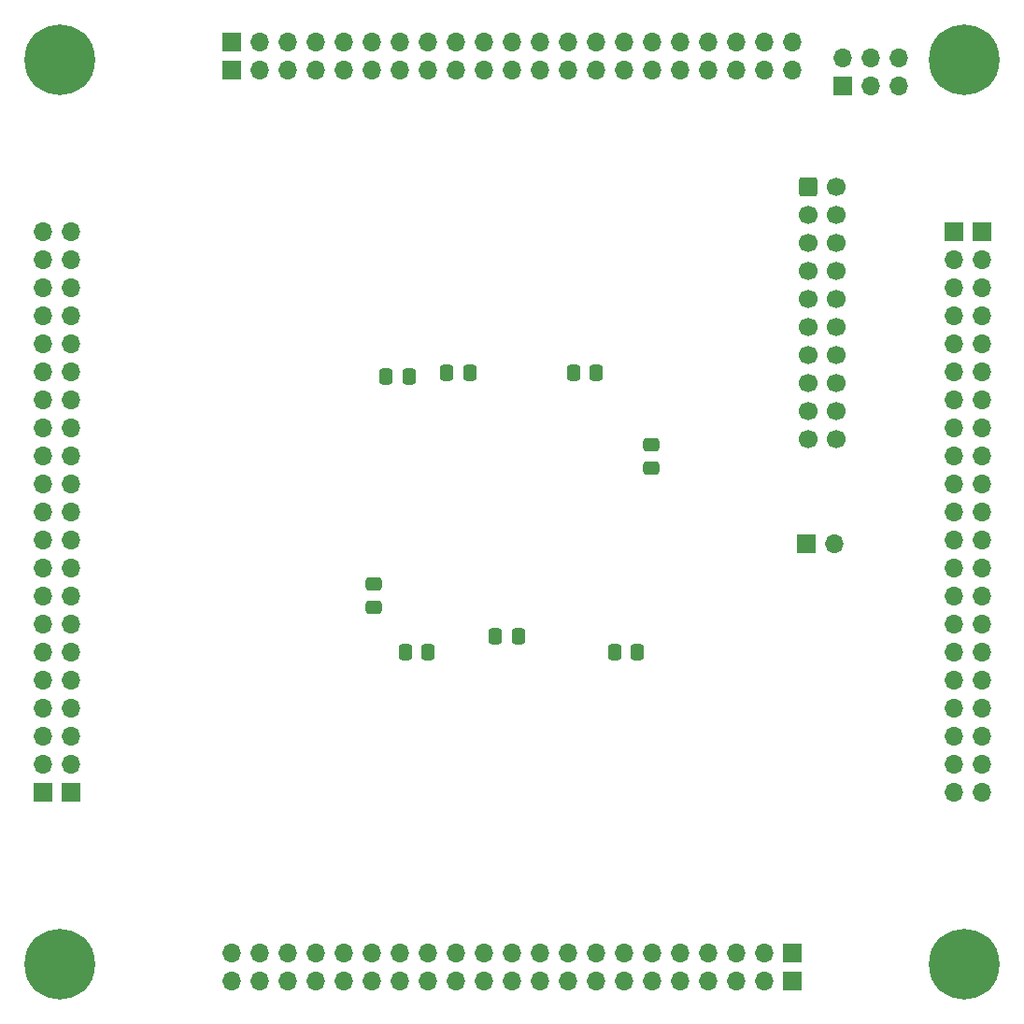
<source format=gbr>
G04 #@! TF.GenerationSoftware,KiCad,Pcbnew,6.0.9+dfsg-1*
G04 #@! TF.CreationDate,2022-12-29T14:55:31+02:00*
G04 #@! TF.ProjectId,ATF1502AS-EVB,41544631-3530-4324-9153-2d4556422e6b,rev?*
G04 #@! TF.SameCoordinates,PX2c9ce60PY9405110*
G04 #@! TF.FileFunction,Soldermask,Bot*
G04 #@! TF.FilePolarity,Negative*
%FSLAX46Y46*%
G04 Gerber Fmt 4.6, Leading zero omitted, Abs format (unit mm)*
G04 Created by KiCad (PCBNEW 6.0.9+dfsg-1) date 2022-12-29 14:55:31*
%MOMM*%
%LPD*%
G01*
G04 APERTURE LIST*
G04 Aperture macros list*
%AMRoundRect*
0 Rectangle with rounded corners*
0 $1 Rounding radius*
0 $2 $3 $4 $5 $6 $7 $8 $9 X,Y pos of 4 corners*
0 Add a 4 corners polygon primitive as box body*
4,1,4,$2,$3,$4,$5,$6,$7,$8,$9,$2,$3,0*
0 Add four circle primitives for the rounded corners*
1,1,$1+$1,$2,$3*
1,1,$1+$1,$4,$5*
1,1,$1+$1,$6,$7*
1,1,$1+$1,$8,$9*
0 Add four rect primitives between the rounded corners*
20,1,$1+$1,$2,$3,$4,$5,0*
20,1,$1+$1,$4,$5,$6,$7,0*
20,1,$1+$1,$6,$7,$8,$9,0*
20,1,$1+$1,$8,$9,$2,$3,0*%
G04 Aperture macros list end*
%ADD10C,6.400000*%
%ADD11O,1.700000X1.700000*%
%ADD12R,1.700000X1.700000*%
%ADD13RoundRect,0.250000X-0.475000X0.337500X-0.475000X-0.337500X0.475000X-0.337500X0.475000X0.337500X0*%
%ADD14RoundRect,0.250000X0.337500X0.475000X-0.337500X0.475000X-0.337500X-0.475000X0.337500X-0.475000X0*%
%ADD15RoundRect,0.250000X0.475000X-0.337500X0.475000X0.337500X-0.475000X0.337500X-0.475000X-0.337500X0*%
%ADD16RoundRect,0.250000X-0.337500X-0.475000X0.337500X-0.475000X0.337500X0.475000X-0.337500X0.475000X0*%
%ADD17RoundRect,0.250000X-0.600000X-0.600000X0.600000X-0.600000X0.600000X0.600000X-0.600000X0.600000X0*%
%ADD18C,1.700000*%
G04 APERTURE END LIST*
D10*
X94220000Y14210000D03*
X12220000Y14210000D03*
X94220000Y96210000D03*
X12220000Y96210000D03*
D11*
X95760000Y29810000D03*
X95760000Y32350000D03*
X95760000Y34890000D03*
X95760000Y37430000D03*
X95760000Y39970000D03*
X95760000Y42510000D03*
X95760000Y45050000D03*
X95760000Y47590000D03*
X95760000Y50130000D03*
X95760000Y52670000D03*
X95760000Y55210000D03*
X95760000Y57750000D03*
X95760000Y60290000D03*
X95760000Y62830000D03*
X95760000Y65370000D03*
X95760000Y67910000D03*
X95760000Y70450000D03*
X95760000Y72990000D03*
X95760000Y75530000D03*
X95760000Y78070000D03*
D12*
X95760000Y80610000D03*
X27820000Y97750000D03*
D11*
X30360000Y97750000D03*
X32900000Y97750000D03*
X35440000Y97750000D03*
X37980000Y97750000D03*
X40520000Y97750000D03*
X43060000Y97750000D03*
X45600000Y97750000D03*
X48140000Y97750000D03*
X50680000Y97750000D03*
X53220000Y97750000D03*
X55760000Y97750000D03*
X58300000Y97750000D03*
X60840000Y97750000D03*
X63380000Y97750000D03*
X65920000Y97750000D03*
X68460000Y97750000D03*
X71000000Y97750000D03*
X73540000Y97750000D03*
X76080000Y97750000D03*
X78620000Y97750000D03*
D12*
X10680000Y29810000D03*
D11*
X10680000Y32350000D03*
X10680000Y34890000D03*
X10680000Y37430000D03*
X10680000Y39970000D03*
X10680000Y42510000D03*
X10680000Y45050000D03*
X10680000Y47590000D03*
X10680000Y50130000D03*
X10680000Y52670000D03*
X10680000Y55210000D03*
X10680000Y57750000D03*
X10680000Y60290000D03*
X10680000Y62830000D03*
X10680000Y65370000D03*
X10680000Y67910000D03*
X10680000Y70450000D03*
X10680000Y72990000D03*
X10680000Y75530000D03*
X10680000Y78070000D03*
X10680000Y80610000D03*
D12*
X78620000Y12670000D03*
D11*
X76080000Y12670000D03*
X73540000Y12670000D03*
X71000000Y12670000D03*
X68460000Y12670000D03*
X65920000Y12670000D03*
X63380000Y12670000D03*
X60840000Y12670000D03*
X58300000Y12670000D03*
X55760000Y12670000D03*
X53220000Y12670000D03*
X50680000Y12670000D03*
X48140000Y12670000D03*
X45600000Y12670000D03*
X43060000Y12670000D03*
X40520000Y12670000D03*
X37980000Y12670000D03*
X35440000Y12670000D03*
X32900000Y12670000D03*
X30360000Y12670000D03*
X27820000Y12670000D03*
X93220000Y29810000D03*
X93220000Y32350000D03*
X93220000Y34890000D03*
X93220000Y37430000D03*
X93220000Y39970000D03*
X93220000Y42510000D03*
X93220000Y45050000D03*
X93220000Y47590000D03*
X93220000Y50130000D03*
X93220000Y52670000D03*
X93220000Y55210000D03*
X93220000Y57750000D03*
X93220000Y60290000D03*
X93220000Y62830000D03*
X93220000Y65370000D03*
X93220000Y67910000D03*
X93220000Y70450000D03*
X93220000Y72990000D03*
X93220000Y75530000D03*
X93220000Y78070000D03*
D12*
X93220000Y80610000D03*
D11*
X27820000Y15210000D03*
X30360000Y15210000D03*
X32900000Y15210000D03*
X35440000Y15210000D03*
X37980000Y15210000D03*
X40520000Y15210000D03*
X43060000Y15210000D03*
X45600000Y15210000D03*
X48140000Y15210000D03*
X50680000Y15210000D03*
X53220000Y15210000D03*
X55760000Y15210000D03*
X58300000Y15210000D03*
X60840000Y15210000D03*
X63380000Y15210000D03*
X65920000Y15210000D03*
X68460000Y15210000D03*
X71000000Y15210000D03*
X73540000Y15210000D03*
X76080000Y15210000D03*
D12*
X78620000Y15210000D03*
D11*
X78620000Y95210000D03*
X76080000Y95210000D03*
X73540000Y95210000D03*
X71000000Y95210000D03*
X68460000Y95210000D03*
X65920000Y95210000D03*
X63380000Y95210000D03*
X60840000Y95210000D03*
X58300000Y95210000D03*
X55760000Y95210000D03*
X53220000Y95210000D03*
X50680000Y95210000D03*
X48140000Y95210000D03*
X45600000Y95210000D03*
X43060000Y95210000D03*
X40520000Y95210000D03*
X37980000Y95210000D03*
X35440000Y95210000D03*
X32900000Y95210000D03*
X30360000Y95210000D03*
D12*
X27820000Y95210000D03*
X13220000Y29810000D03*
D11*
X13220000Y32350000D03*
X13220000Y34890000D03*
X13220000Y37430000D03*
X13220000Y39970000D03*
X13220000Y42510000D03*
X13220000Y45050000D03*
X13220000Y47590000D03*
X13220000Y50130000D03*
X13220000Y52670000D03*
X13220000Y55210000D03*
X13220000Y57750000D03*
X13220000Y60290000D03*
X13220000Y62830000D03*
X13220000Y65370000D03*
X13220000Y67910000D03*
X13220000Y70450000D03*
X13220000Y72990000D03*
X13220000Y75530000D03*
X13220000Y78070000D03*
X13220000Y80610000D03*
D13*
X40650000Y48667500D03*
X40650000Y46592500D03*
D14*
X45597500Y42530000D03*
X43522500Y42530000D03*
X53767500Y43930000D03*
X51692500Y43930000D03*
X60847500Y67800000D03*
X58772500Y67800000D03*
X64587500Y42500000D03*
X62512500Y42500000D03*
D15*
X65810000Y59202500D03*
X65810000Y61277500D03*
D14*
X49387500Y67810000D03*
X47312500Y67810000D03*
D16*
X41782500Y67440000D03*
X43857500Y67440000D03*
D12*
X83205000Y93815000D03*
D11*
X83205000Y96355000D03*
X85745000Y93815000D03*
X85745000Y96355000D03*
X88285000Y93815000D03*
X88285000Y96355000D03*
D17*
X80040000Y84680000D03*
D18*
X82580000Y84680000D03*
X80040000Y82140000D03*
X82580000Y82140000D03*
X80040000Y79600000D03*
X82580000Y79600000D03*
X80040000Y77060000D03*
X82580000Y77060000D03*
X80040000Y74520000D03*
X82580000Y74520000D03*
X80040000Y71980000D03*
X82580000Y71980000D03*
X80040000Y69440000D03*
X82580000Y69440000D03*
X80040000Y66900000D03*
X82580000Y66900000D03*
X80040000Y64360000D03*
X82580000Y64360000D03*
X80040000Y61820000D03*
X82580000Y61820000D03*
D12*
X79895000Y52300000D03*
D11*
X82435000Y52300000D03*
M02*

</source>
